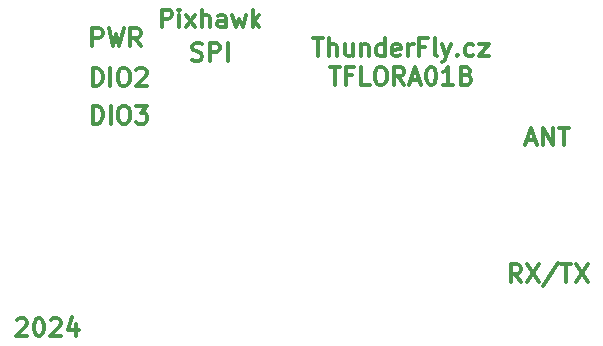
<source format=gbr>
%TF.GenerationSoftware,KiCad,Pcbnew,8.0.4+1*%
%TF.CreationDate,2024-10-17T22:23:51+00:00*%
%TF.ProjectId,TFLORA01,54464c4f-5241-4303-912e-6b696361645f,rev?*%
%TF.SameCoordinates,Original*%
%TF.FileFunction,Legend,Top*%
%TF.FilePolarity,Positive*%
%FSLAX46Y46*%
G04 Gerber Fmt 4.6, Leading zero omitted, Abs format (unit mm)*
G04 Created by KiCad (PCBNEW 8.0.4+1) date 2024-10-17 22:23:51*
%MOMM*%
%LPD*%
G01*
G04 APERTURE LIST*
%ADD10C,0.300000*%
G04 APERTURE END LIST*
D10*
X161445715Y-102999870D02*
X162302858Y-102999870D01*
X161874286Y-104499870D02*
X161874286Y-102999870D01*
X162802857Y-104499870D02*
X162802857Y-102999870D01*
X163445715Y-104499870D02*
X163445715Y-103714156D01*
X163445715Y-103714156D02*
X163374286Y-103571299D01*
X163374286Y-103571299D02*
X163231429Y-103499870D01*
X163231429Y-103499870D02*
X163017143Y-103499870D01*
X163017143Y-103499870D02*
X162874286Y-103571299D01*
X162874286Y-103571299D02*
X162802857Y-103642727D01*
X164802858Y-103499870D02*
X164802858Y-104499870D01*
X164160000Y-103499870D02*
X164160000Y-104285584D01*
X164160000Y-104285584D02*
X164231429Y-104428442D01*
X164231429Y-104428442D02*
X164374286Y-104499870D01*
X164374286Y-104499870D02*
X164588572Y-104499870D01*
X164588572Y-104499870D02*
X164731429Y-104428442D01*
X164731429Y-104428442D02*
X164802858Y-104357013D01*
X165517143Y-103499870D02*
X165517143Y-104499870D01*
X165517143Y-103642727D02*
X165588572Y-103571299D01*
X165588572Y-103571299D02*
X165731429Y-103499870D01*
X165731429Y-103499870D02*
X165945715Y-103499870D01*
X165945715Y-103499870D02*
X166088572Y-103571299D01*
X166088572Y-103571299D02*
X166160001Y-103714156D01*
X166160001Y-103714156D02*
X166160001Y-104499870D01*
X167517144Y-104499870D02*
X167517144Y-102999870D01*
X167517144Y-104428442D02*
X167374286Y-104499870D01*
X167374286Y-104499870D02*
X167088572Y-104499870D01*
X167088572Y-104499870D02*
X166945715Y-104428442D01*
X166945715Y-104428442D02*
X166874286Y-104357013D01*
X166874286Y-104357013D02*
X166802858Y-104214156D01*
X166802858Y-104214156D02*
X166802858Y-103785584D01*
X166802858Y-103785584D02*
X166874286Y-103642727D01*
X166874286Y-103642727D02*
X166945715Y-103571299D01*
X166945715Y-103571299D02*
X167088572Y-103499870D01*
X167088572Y-103499870D02*
X167374286Y-103499870D01*
X167374286Y-103499870D02*
X167517144Y-103571299D01*
X168802858Y-104428442D02*
X168660001Y-104499870D01*
X168660001Y-104499870D02*
X168374287Y-104499870D01*
X168374287Y-104499870D02*
X168231429Y-104428442D01*
X168231429Y-104428442D02*
X168160001Y-104285584D01*
X168160001Y-104285584D02*
X168160001Y-103714156D01*
X168160001Y-103714156D02*
X168231429Y-103571299D01*
X168231429Y-103571299D02*
X168374287Y-103499870D01*
X168374287Y-103499870D02*
X168660001Y-103499870D01*
X168660001Y-103499870D02*
X168802858Y-103571299D01*
X168802858Y-103571299D02*
X168874287Y-103714156D01*
X168874287Y-103714156D02*
X168874287Y-103857013D01*
X168874287Y-103857013D02*
X168160001Y-103999870D01*
X169517143Y-104499870D02*
X169517143Y-103499870D01*
X169517143Y-103785584D02*
X169588572Y-103642727D01*
X169588572Y-103642727D02*
X169660001Y-103571299D01*
X169660001Y-103571299D02*
X169802858Y-103499870D01*
X169802858Y-103499870D02*
X169945715Y-103499870D01*
X170945714Y-103714156D02*
X170445714Y-103714156D01*
X170445714Y-104499870D02*
X170445714Y-102999870D01*
X170445714Y-102999870D02*
X171160000Y-102999870D01*
X171945714Y-104499870D02*
X171802857Y-104428442D01*
X171802857Y-104428442D02*
X171731428Y-104285584D01*
X171731428Y-104285584D02*
X171731428Y-102999870D01*
X172374285Y-103499870D02*
X172731428Y-104499870D01*
X173088571Y-103499870D02*
X172731428Y-104499870D01*
X172731428Y-104499870D02*
X172588571Y-104857013D01*
X172588571Y-104857013D02*
X172517142Y-104928442D01*
X172517142Y-104928442D02*
X172374285Y-104999870D01*
X173659999Y-104357013D02*
X173731428Y-104428442D01*
X173731428Y-104428442D02*
X173659999Y-104499870D01*
X173659999Y-104499870D02*
X173588571Y-104428442D01*
X173588571Y-104428442D02*
X173659999Y-104357013D01*
X173659999Y-104357013D02*
X173659999Y-104499870D01*
X175017143Y-104428442D02*
X174874285Y-104499870D01*
X174874285Y-104499870D02*
X174588571Y-104499870D01*
X174588571Y-104499870D02*
X174445714Y-104428442D01*
X174445714Y-104428442D02*
X174374285Y-104357013D01*
X174374285Y-104357013D02*
X174302857Y-104214156D01*
X174302857Y-104214156D02*
X174302857Y-103785584D01*
X174302857Y-103785584D02*
X174374285Y-103642727D01*
X174374285Y-103642727D02*
X174445714Y-103571299D01*
X174445714Y-103571299D02*
X174588571Y-103499870D01*
X174588571Y-103499870D02*
X174874285Y-103499870D01*
X174874285Y-103499870D02*
X175017143Y-103571299D01*
X175517142Y-103499870D02*
X176302857Y-103499870D01*
X176302857Y-103499870D02*
X175517142Y-104499870D01*
X175517142Y-104499870D02*
X176302857Y-104499870D01*
X162874286Y-105414786D02*
X163731429Y-105414786D01*
X163302857Y-106914786D02*
X163302857Y-105414786D01*
X164731428Y-106129072D02*
X164231428Y-106129072D01*
X164231428Y-106914786D02*
X164231428Y-105414786D01*
X164231428Y-105414786D02*
X164945714Y-105414786D01*
X166231428Y-106914786D02*
X165517142Y-106914786D01*
X165517142Y-106914786D02*
X165517142Y-105414786D01*
X167017143Y-105414786D02*
X167302857Y-105414786D01*
X167302857Y-105414786D02*
X167445714Y-105486215D01*
X167445714Y-105486215D02*
X167588571Y-105629072D01*
X167588571Y-105629072D02*
X167660000Y-105914786D01*
X167660000Y-105914786D02*
X167660000Y-106414786D01*
X167660000Y-106414786D02*
X167588571Y-106700500D01*
X167588571Y-106700500D02*
X167445714Y-106843358D01*
X167445714Y-106843358D02*
X167302857Y-106914786D01*
X167302857Y-106914786D02*
X167017143Y-106914786D01*
X167017143Y-106914786D02*
X166874286Y-106843358D01*
X166874286Y-106843358D02*
X166731428Y-106700500D01*
X166731428Y-106700500D02*
X166660000Y-106414786D01*
X166660000Y-106414786D02*
X166660000Y-105914786D01*
X166660000Y-105914786D02*
X166731428Y-105629072D01*
X166731428Y-105629072D02*
X166874286Y-105486215D01*
X166874286Y-105486215D02*
X167017143Y-105414786D01*
X169160000Y-106914786D02*
X168660000Y-106200500D01*
X168302857Y-106914786D02*
X168302857Y-105414786D01*
X168302857Y-105414786D02*
X168874286Y-105414786D01*
X168874286Y-105414786D02*
X169017143Y-105486215D01*
X169017143Y-105486215D02*
X169088572Y-105557643D01*
X169088572Y-105557643D02*
X169160000Y-105700500D01*
X169160000Y-105700500D02*
X169160000Y-105914786D01*
X169160000Y-105914786D02*
X169088572Y-106057643D01*
X169088572Y-106057643D02*
X169017143Y-106129072D01*
X169017143Y-106129072D02*
X168874286Y-106200500D01*
X168874286Y-106200500D02*
X168302857Y-106200500D01*
X169731429Y-106486215D02*
X170445715Y-106486215D01*
X169588572Y-106914786D02*
X170088572Y-105414786D01*
X170088572Y-105414786D02*
X170588572Y-106914786D01*
X171374286Y-105414786D02*
X171517143Y-105414786D01*
X171517143Y-105414786D02*
X171660000Y-105486215D01*
X171660000Y-105486215D02*
X171731429Y-105557643D01*
X171731429Y-105557643D02*
X171802857Y-105700500D01*
X171802857Y-105700500D02*
X171874286Y-105986215D01*
X171874286Y-105986215D02*
X171874286Y-106343358D01*
X171874286Y-106343358D02*
X171802857Y-106629072D01*
X171802857Y-106629072D02*
X171731429Y-106771929D01*
X171731429Y-106771929D02*
X171660000Y-106843358D01*
X171660000Y-106843358D02*
X171517143Y-106914786D01*
X171517143Y-106914786D02*
X171374286Y-106914786D01*
X171374286Y-106914786D02*
X171231429Y-106843358D01*
X171231429Y-106843358D02*
X171160000Y-106771929D01*
X171160000Y-106771929D02*
X171088571Y-106629072D01*
X171088571Y-106629072D02*
X171017143Y-106343358D01*
X171017143Y-106343358D02*
X171017143Y-105986215D01*
X171017143Y-105986215D02*
X171088571Y-105700500D01*
X171088571Y-105700500D02*
X171160000Y-105557643D01*
X171160000Y-105557643D02*
X171231429Y-105486215D01*
X171231429Y-105486215D02*
X171374286Y-105414786D01*
X173302857Y-106914786D02*
X172445714Y-106914786D01*
X172874285Y-106914786D02*
X172874285Y-105414786D01*
X172874285Y-105414786D02*
X172731428Y-105629072D01*
X172731428Y-105629072D02*
X172588571Y-105771929D01*
X172588571Y-105771929D02*
X172445714Y-105843358D01*
X174445713Y-106129072D02*
X174659999Y-106200500D01*
X174659999Y-106200500D02*
X174731428Y-106271929D01*
X174731428Y-106271929D02*
X174802856Y-106414786D01*
X174802856Y-106414786D02*
X174802856Y-106629072D01*
X174802856Y-106629072D02*
X174731428Y-106771929D01*
X174731428Y-106771929D02*
X174659999Y-106843358D01*
X174659999Y-106843358D02*
X174517142Y-106914786D01*
X174517142Y-106914786D02*
X173945713Y-106914786D01*
X173945713Y-106914786D02*
X173945713Y-105414786D01*
X173945713Y-105414786D02*
X174445713Y-105414786D01*
X174445713Y-105414786D02*
X174588571Y-105486215D01*
X174588571Y-105486215D02*
X174659999Y-105557643D01*
X174659999Y-105557643D02*
X174731428Y-105700500D01*
X174731428Y-105700500D02*
X174731428Y-105843358D01*
X174731428Y-105843358D02*
X174659999Y-105986215D01*
X174659999Y-105986215D02*
X174588571Y-106057643D01*
X174588571Y-106057643D02*
X174445713Y-106129072D01*
X174445713Y-106129072D02*
X173945713Y-106129072D01*
X179034571Y-123614328D02*
X178534571Y-122900042D01*
X178177428Y-123614328D02*
X178177428Y-122114328D01*
X178177428Y-122114328D02*
X178748857Y-122114328D01*
X178748857Y-122114328D02*
X178891714Y-122185757D01*
X178891714Y-122185757D02*
X178963143Y-122257185D01*
X178963143Y-122257185D02*
X179034571Y-122400042D01*
X179034571Y-122400042D02*
X179034571Y-122614328D01*
X179034571Y-122614328D02*
X178963143Y-122757185D01*
X178963143Y-122757185D02*
X178891714Y-122828614D01*
X178891714Y-122828614D02*
X178748857Y-122900042D01*
X178748857Y-122900042D02*
X178177428Y-122900042D01*
X179534571Y-122114328D02*
X180534571Y-123614328D01*
X180534571Y-122114328D02*
X179534571Y-123614328D01*
X182177428Y-122042900D02*
X180891714Y-123971471D01*
X182463143Y-122114328D02*
X183320286Y-122114328D01*
X182891714Y-123614328D02*
X182891714Y-122114328D01*
X183677428Y-122114328D02*
X184677428Y-123614328D01*
X184677428Y-122114328D02*
X183677428Y-123614328D01*
X136373082Y-126829185D02*
X136444510Y-126757757D01*
X136444510Y-126757757D02*
X136587368Y-126686328D01*
X136587368Y-126686328D02*
X136944510Y-126686328D01*
X136944510Y-126686328D02*
X137087368Y-126757757D01*
X137087368Y-126757757D02*
X137158796Y-126829185D01*
X137158796Y-126829185D02*
X137230225Y-126972042D01*
X137230225Y-126972042D02*
X137230225Y-127114900D01*
X137230225Y-127114900D02*
X137158796Y-127329185D01*
X137158796Y-127329185D02*
X136301653Y-128186328D01*
X136301653Y-128186328D02*
X137230225Y-128186328D01*
X138158796Y-126686328D02*
X138301653Y-126686328D01*
X138301653Y-126686328D02*
X138444510Y-126757757D01*
X138444510Y-126757757D02*
X138515939Y-126829185D01*
X138515939Y-126829185D02*
X138587367Y-126972042D01*
X138587367Y-126972042D02*
X138658796Y-127257757D01*
X138658796Y-127257757D02*
X138658796Y-127614900D01*
X138658796Y-127614900D02*
X138587367Y-127900614D01*
X138587367Y-127900614D02*
X138515939Y-128043471D01*
X138515939Y-128043471D02*
X138444510Y-128114900D01*
X138444510Y-128114900D02*
X138301653Y-128186328D01*
X138301653Y-128186328D02*
X138158796Y-128186328D01*
X138158796Y-128186328D02*
X138015939Y-128114900D01*
X138015939Y-128114900D02*
X137944510Y-128043471D01*
X137944510Y-128043471D02*
X137873081Y-127900614D01*
X137873081Y-127900614D02*
X137801653Y-127614900D01*
X137801653Y-127614900D02*
X137801653Y-127257757D01*
X137801653Y-127257757D02*
X137873081Y-126972042D01*
X137873081Y-126972042D02*
X137944510Y-126829185D01*
X137944510Y-126829185D02*
X138015939Y-126757757D01*
X138015939Y-126757757D02*
X138158796Y-126686328D01*
X139230224Y-126829185D02*
X139301652Y-126757757D01*
X139301652Y-126757757D02*
X139444510Y-126686328D01*
X139444510Y-126686328D02*
X139801652Y-126686328D01*
X139801652Y-126686328D02*
X139944510Y-126757757D01*
X139944510Y-126757757D02*
X140015938Y-126829185D01*
X140015938Y-126829185D02*
X140087367Y-126972042D01*
X140087367Y-126972042D02*
X140087367Y-127114900D01*
X140087367Y-127114900D02*
X140015938Y-127329185D01*
X140015938Y-127329185D02*
X139158795Y-128186328D01*
X139158795Y-128186328D02*
X140087367Y-128186328D01*
X141373081Y-127186328D02*
X141373081Y-128186328D01*
X141015938Y-126614900D02*
X140658795Y-127686328D01*
X140658795Y-127686328D02*
X141587366Y-127686328D01*
X148609601Y-102049728D02*
X148609601Y-100549728D01*
X148609601Y-100549728D02*
X149181030Y-100549728D01*
X149181030Y-100549728D02*
X149323887Y-100621157D01*
X149323887Y-100621157D02*
X149395316Y-100692585D01*
X149395316Y-100692585D02*
X149466744Y-100835442D01*
X149466744Y-100835442D02*
X149466744Y-101049728D01*
X149466744Y-101049728D02*
X149395316Y-101192585D01*
X149395316Y-101192585D02*
X149323887Y-101264014D01*
X149323887Y-101264014D02*
X149181030Y-101335442D01*
X149181030Y-101335442D02*
X148609601Y-101335442D01*
X150109601Y-102049728D02*
X150109601Y-101049728D01*
X150109601Y-100549728D02*
X150038173Y-100621157D01*
X150038173Y-100621157D02*
X150109601Y-100692585D01*
X150109601Y-100692585D02*
X150181030Y-100621157D01*
X150181030Y-100621157D02*
X150109601Y-100549728D01*
X150109601Y-100549728D02*
X150109601Y-100692585D01*
X150681030Y-102049728D02*
X151466745Y-101049728D01*
X150681030Y-101049728D02*
X151466745Y-102049728D01*
X152038173Y-102049728D02*
X152038173Y-100549728D01*
X152681031Y-102049728D02*
X152681031Y-101264014D01*
X152681031Y-101264014D02*
X152609602Y-101121157D01*
X152609602Y-101121157D02*
X152466745Y-101049728D01*
X152466745Y-101049728D02*
X152252459Y-101049728D01*
X152252459Y-101049728D02*
X152109602Y-101121157D01*
X152109602Y-101121157D02*
X152038173Y-101192585D01*
X154038174Y-102049728D02*
X154038174Y-101264014D01*
X154038174Y-101264014D02*
X153966745Y-101121157D01*
X153966745Y-101121157D02*
X153823888Y-101049728D01*
X153823888Y-101049728D02*
X153538174Y-101049728D01*
X153538174Y-101049728D02*
X153395316Y-101121157D01*
X154038174Y-101978300D02*
X153895316Y-102049728D01*
X153895316Y-102049728D02*
X153538174Y-102049728D01*
X153538174Y-102049728D02*
X153395316Y-101978300D01*
X153395316Y-101978300D02*
X153323888Y-101835442D01*
X153323888Y-101835442D02*
X153323888Y-101692585D01*
X153323888Y-101692585D02*
X153395316Y-101549728D01*
X153395316Y-101549728D02*
X153538174Y-101478300D01*
X153538174Y-101478300D02*
X153895316Y-101478300D01*
X153895316Y-101478300D02*
X154038174Y-101406871D01*
X154609602Y-101049728D02*
X154895317Y-102049728D01*
X154895317Y-102049728D02*
X155181031Y-101335442D01*
X155181031Y-101335442D02*
X155466745Y-102049728D01*
X155466745Y-102049728D02*
X155752459Y-101049728D01*
X156323888Y-102049728D02*
X156323888Y-100549728D01*
X156466746Y-101478300D02*
X156895317Y-102049728D01*
X156895317Y-101049728D02*
X156323888Y-101621157D01*
X142765488Y-103649928D02*
X142765488Y-102149928D01*
X142765488Y-102149928D02*
X143336917Y-102149928D01*
X143336917Y-102149928D02*
X143479774Y-102221357D01*
X143479774Y-102221357D02*
X143551203Y-102292785D01*
X143551203Y-102292785D02*
X143622631Y-102435642D01*
X143622631Y-102435642D02*
X143622631Y-102649928D01*
X143622631Y-102649928D02*
X143551203Y-102792785D01*
X143551203Y-102792785D02*
X143479774Y-102864214D01*
X143479774Y-102864214D02*
X143336917Y-102935642D01*
X143336917Y-102935642D02*
X142765488Y-102935642D01*
X144122631Y-102149928D02*
X144479774Y-103649928D01*
X144479774Y-103649928D02*
X144765488Y-102578500D01*
X144765488Y-102578500D02*
X145051203Y-103649928D01*
X145051203Y-103649928D02*
X145408346Y-102149928D01*
X146836917Y-103649928D02*
X146336917Y-102935642D01*
X145979774Y-103649928D02*
X145979774Y-102149928D01*
X145979774Y-102149928D02*
X146551203Y-102149928D01*
X146551203Y-102149928D02*
X146694060Y-102221357D01*
X146694060Y-102221357D02*
X146765489Y-102292785D01*
X146765489Y-102292785D02*
X146836917Y-102435642D01*
X146836917Y-102435642D02*
X146836917Y-102649928D01*
X146836917Y-102649928D02*
X146765489Y-102792785D01*
X146765489Y-102792785D02*
X146694060Y-102864214D01*
X146694060Y-102864214D02*
X146551203Y-102935642D01*
X146551203Y-102935642D02*
X145979774Y-102935642D01*
X179540114Y-111628757D02*
X180254400Y-111628757D01*
X179397257Y-112057328D02*
X179897257Y-110557328D01*
X179897257Y-110557328D02*
X180397257Y-112057328D01*
X180897256Y-112057328D02*
X180897256Y-110557328D01*
X180897256Y-110557328D02*
X181754399Y-112057328D01*
X181754399Y-112057328D02*
X181754399Y-110557328D01*
X182254400Y-110557328D02*
X183111543Y-110557328D01*
X182682971Y-112057328D02*
X182682971Y-110557328D01*
X142798888Y-110203128D02*
X142798888Y-108703128D01*
X142798888Y-108703128D02*
X143156031Y-108703128D01*
X143156031Y-108703128D02*
X143370317Y-108774557D01*
X143370317Y-108774557D02*
X143513174Y-108917414D01*
X143513174Y-108917414D02*
X143584603Y-109060271D01*
X143584603Y-109060271D02*
X143656031Y-109345985D01*
X143656031Y-109345985D02*
X143656031Y-109560271D01*
X143656031Y-109560271D02*
X143584603Y-109845985D01*
X143584603Y-109845985D02*
X143513174Y-109988842D01*
X143513174Y-109988842D02*
X143370317Y-110131700D01*
X143370317Y-110131700D02*
X143156031Y-110203128D01*
X143156031Y-110203128D02*
X142798888Y-110203128D01*
X144298888Y-110203128D02*
X144298888Y-108703128D01*
X145298889Y-108703128D02*
X145584603Y-108703128D01*
X145584603Y-108703128D02*
X145727460Y-108774557D01*
X145727460Y-108774557D02*
X145870317Y-108917414D01*
X145870317Y-108917414D02*
X145941746Y-109203128D01*
X145941746Y-109203128D02*
X145941746Y-109703128D01*
X145941746Y-109703128D02*
X145870317Y-109988842D01*
X145870317Y-109988842D02*
X145727460Y-110131700D01*
X145727460Y-110131700D02*
X145584603Y-110203128D01*
X145584603Y-110203128D02*
X145298889Y-110203128D01*
X145298889Y-110203128D02*
X145156032Y-110131700D01*
X145156032Y-110131700D02*
X145013174Y-109988842D01*
X145013174Y-109988842D02*
X144941746Y-109703128D01*
X144941746Y-109703128D02*
X144941746Y-109203128D01*
X144941746Y-109203128D02*
X145013174Y-108917414D01*
X145013174Y-108917414D02*
X145156032Y-108774557D01*
X145156032Y-108774557D02*
X145298889Y-108703128D01*
X146441746Y-108703128D02*
X147370318Y-108703128D01*
X147370318Y-108703128D02*
X146870318Y-109274557D01*
X146870318Y-109274557D02*
X147084603Y-109274557D01*
X147084603Y-109274557D02*
X147227461Y-109345985D01*
X147227461Y-109345985D02*
X147298889Y-109417414D01*
X147298889Y-109417414D02*
X147370318Y-109560271D01*
X147370318Y-109560271D02*
X147370318Y-109917414D01*
X147370318Y-109917414D02*
X147298889Y-110060271D01*
X147298889Y-110060271D02*
X147227461Y-110131700D01*
X147227461Y-110131700D02*
X147084603Y-110203128D01*
X147084603Y-110203128D02*
X146656032Y-110203128D01*
X146656032Y-110203128D02*
X146513175Y-110131700D01*
X146513175Y-110131700D02*
X146441746Y-110060271D01*
X142773488Y-107002728D02*
X142773488Y-105502728D01*
X142773488Y-105502728D02*
X143130631Y-105502728D01*
X143130631Y-105502728D02*
X143344917Y-105574157D01*
X143344917Y-105574157D02*
X143487774Y-105717014D01*
X143487774Y-105717014D02*
X143559203Y-105859871D01*
X143559203Y-105859871D02*
X143630631Y-106145585D01*
X143630631Y-106145585D02*
X143630631Y-106359871D01*
X143630631Y-106359871D02*
X143559203Y-106645585D01*
X143559203Y-106645585D02*
X143487774Y-106788442D01*
X143487774Y-106788442D02*
X143344917Y-106931300D01*
X143344917Y-106931300D02*
X143130631Y-107002728D01*
X143130631Y-107002728D02*
X142773488Y-107002728D01*
X144273488Y-107002728D02*
X144273488Y-105502728D01*
X145273489Y-105502728D02*
X145559203Y-105502728D01*
X145559203Y-105502728D02*
X145702060Y-105574157D01*
X145702060Y-105574157D02*
X145844917Y-105717014D01*
X145844917Y-105717014D02*
X145916346Y-106002728D01*
X145916346Y-106002728D02*
X145916346Y-106502728D01*
X145916346Y-106502728D02*
X145844917Y-106788442D01*
X145844917Y-106788442D02*
X145702060Y-106931300D01*
X145702060Y-106931300D02*
X145559203Y-107002728D01*
X145559203Y-107002728D02*
X145273489Y-107002728D01*
X145273489Y-107002728D02*
X145130632Y-106931300D01*
X145130632Y-106931300D02*
X144987774Y-106788442D01*
X144987774Y-106788442D02*
X144916346Y-106502728D01*
X144916346Y-106502728D02*
X144916346Y-106002728D01*
X144916346Y-106002728D02*
X144987774Y-105717014D01*
X144987774Y-105717014D02*
X145130632Y-105574157D01*
X145130632Y-105574157D02*
X145273489Y-105502728D01*
X146487775Y-105645585D02*
X146559203Y-105574157D01*
X146559203Y-105574157D02*
X146702061Y-105502728D01*
X146702061Y-105502728D02*
X147059203Y-105502728D01*
X147059203Y-105502728D02*
X147202061Y-105574157D01*
X147202061Y-105574157D02*
X147273489Y-105645585D01*
X147273489Y-105645585D02*
X147344918Y-105788442D01*
X147344918Y-105788442D02*
X147344918Y-105931300D01*
X147344918Y-105931300D02*
X147273489Y-106145585D01*
X147273489Y-106145585D02*
X146416346Y-107002728D01*
X146416346Y-107002728D02*
X147344918Y-107002728D01*
X151207689Y-104797700D02*
X151421975Y-104869128D01*
X151421975Y-104869128D02*
X151779117Y-104869128D01*
X151779117Y-104869128D02*
X151921975Y-104797700D01*
X151921975Y-104797700D02*
X151993403Y-104726271D01*
X151993403Y-104726271D02*
X152064832Y-104583414D01*
X152064832Y-104583414D02*
X152064832Y-104440557D01*
X152064832Y-104440557D02*
X151993403Y-104297700D01*
X151993403Y-104297700D02*
X151921975Y-104226271D01*
X151921975Y-104226271D02*
X151779117Y-104154842D01*
X151779117Y-104154842D02*
X151493403Y-104083414D01*
X151493403Y-104083414D02*
X151350546Y-104011985D01*
X151350546Y-104011985D02*
X151279117Y-103940557D01*
X151279117Y-103940557D02*
X151207689Y-103797700D01*
X151207689Y-103797700D02*
X151207689Y-103654842D01*
X151207689Y-103654842D02*
X151279117Y-103511985D01*
X151279117Y-103511985D02*
X151350546Y-103440557D01*
X151350546Y-103440557D02*
X151493403Y-103369128D01*
X151493403Y-103369128D02*
X151850546Y-103369128D01*
X151850546Y-103369128D02*
X152064832Y-103440557D01*
X152707688Y-104869128D02*
X152707688Y-103369128D01*
X152707688Y-103369128D02*
X153279117Y-103369128D01*
X153279117Y-103369128D02*
X153421974Y-103440557D01*
X153421974Y-103440557D02*
X153493403Y-103511985D01*
X153493403Y-103511985D02*
X153564831Y-103654842D01*
X153564831Y-103654842D02*
X153564831Y-103869128D01*
X153564831Y-103869128D02*
X153493403Y-104011985D01*
X153493403Y-104011985D02*
X153421974Y-104083414D01*
X153421974Y-104083414D02*
X153279117Y-104154842D01*
X153279117Y-104154842D02*
X152707688Y-104154842D01*
X154207688Y-104869128D02*
X154207688Y-103369128D01*
M02*

</source>
